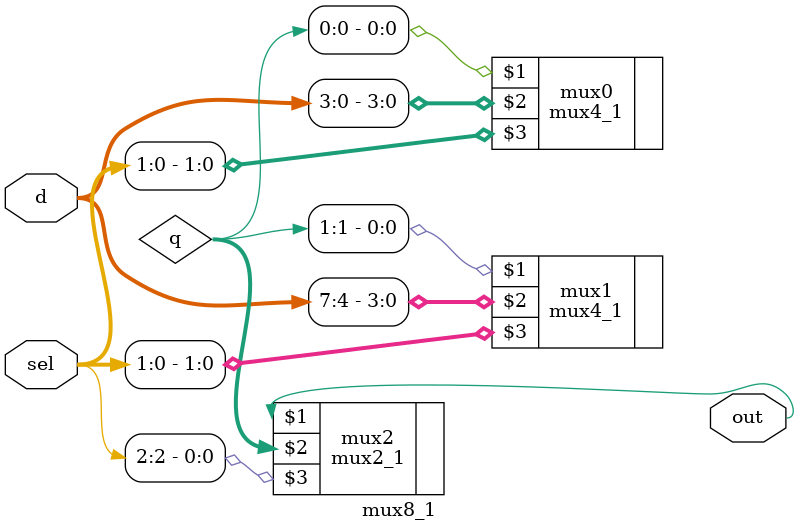
<source format=sv>


`timescale 1ps / 1ps

module mux8_1(out, d, sel);
  output logic out;
  input logic [7:0] d;
  input logic [2:0] sel;

  logic [1:0] q;

  mux4_1 mux0 (q[0], d[3:0], sel[1:0]);
  mux4_1 mux1 (q[1], d[7:4], sel[1:0]);
  mux2_1 mux2 (out, q, sel[2]);
endmodule

</source>
